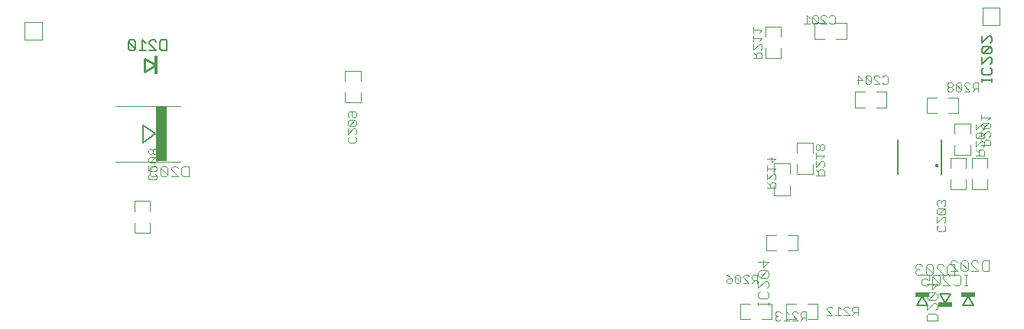
<source format=gbl>
G75*
G70*
%OFA0B0*%
%FSLAX24Y24*%
%IPPOS*%
%LPD*%
%AMOC8*
5,1,8,0,0,1.08239X$1,22.5*
%
%ADD10C,0.0040*%
%ADD11C,0.0030*%
%ADD12R,0.0620X0.0240*%
%ADD13C,0.0080*%
%ADD14C,0.0070*%
%ADD15C,0.0177*%
%ADD16C,0.0050*%
%ADD17C,0.0100*%
%ADD18R,0.0118X0.0827*%
%ADD19R,0.0492X0.2441*%
%ADD20C,0.0020*%
D10*
X008199Y006933D02*
X008199Y007240D01*
X008276Y007317D01*
X008429Y007317D01*
X008506Y007240D01*
X008506Y007164D01*
X008429Y007087D01*
X008199Y007087D01*
X008199Y006933D02*
X008276Y006857D01*
X008429Y006857D01*
X008506Y006933D01*
X008659Y006933D02*
X008736Y006857D01*
X008890Y006857D01*
X008966Y006933D01*
X008659Y007240D01*
X008659Y006933D01*
X008966Y006933D02*
X008966Y007240D01*
X008890Y007317D01*
X008736Y007317D01*
X008659Y007240D01*
X009120Y007240D02*
X009196Y007317D01*
X009350Y007317D01*
X009427Y007240D01*
X009580Y007240D02*
X009657Y007317D01*
X009887Y007317D01*
X009887Y006857D01*
X009657Y006857D01*
X009580Y006933D01*
X009580Y007240D01*
X009427Y006857D02*
X009120Y007164D01*
X009120Y007240D01*
X009120Y006857D02*
X009427Y006857D01*
X009517Y007499D02*
X006713Y007499D01*
X006713Y009944D02*
X009517Y009944D01*
X034710Y003136D02*
X035170Y003136D01*
X034940Y002906D01*
X034940Y003213D01*
X035093Y002753D02*
X034786Y002446D01*
X034710Y002523D01*
X034710Y002676D01*
X034786Y002753D01*
X035093Y002753D01*
X035170Y002676D01*
X035170Y002523D01*
X035093Y002446D01*
X034786Y002446D01*
X034710Y002292D02*
X034710Y001986D01*
X035017Y002292D01*
X035093Y002292D01*
X035170Y002216D01*
X035170Y002062D01*
X035093Y001986D01*
X035093Y001832D02*
X035170Y001755D01*
X035170Y001602D01*
X035093Y001525D01*
X034786Y001525D01*
X034710Y001602D01*
X034710Y001755D01*
X034786Y001832D01*
X034710Y001372D02*
X034710Y001218D01*
X034710Y001295D02*
X035170Y001295D01*
X035170Y001218D02*
X035170Y001372D01*
X041569Y002643D02*
X041646Y002567D01*
X041800Y002567D01*
X041876Y002643D01*
X041850Y002565D02*
X042157Y002565D01*
X042157Y002334D01*
X042003Y002411D01*
X041927Y002411D01*
X041850Y002334D01*
X041850Y002181D01*
X041927Y002104D01*
X042080Y002104D01*
X042157Y002181D01*
X042060Y002174D02*
X042520Y002174D01*
X042290Y001944D01*
X042290Y002251D01*
X042310Y002181D02*
X042387Y002104D01*
X042541Y002104D01*
X042617Y002181D01*
X042310Y002488D01*
X042310Y002181D01*
X042617Y002181D02*
X042617Y002488D01*
X042541Y002565D01*
X042387Y002565D01*
X042310Y002488D01*
X042260Y002567D02*
X042337Y002643D01*
X042030Y002950D01*
X042030Y002643D01*
X042106Y002567D01*
X042260Y002567D01*
X042337Y002643D02*
X042337Y002950D01*
X042260Y003027D01*
X042106Y003027D01*
X042030Y002950D01*
X041876Y002950D02*
X041800Y003027D01*
X041646Y003027D01*
X041569Y002950D01*
X041569Y002874D01*
X041646Y002797D01*
X041569Y002720D01*
X041569Y002643D01*
X041646Y002797D02*
X041723Y002797D01*
X042490Y002874D02*
X042797Y002567D01*
X042490Y002567D01*
X042771Y002488D02*
X042847Y002565D01*
X043001Y002565D01*
X043078Y002488D01*
X043027Y002567D02*
X042950Y002643D01*
X042950Y002950D01*
X043027Y003027D01*
X043257Y003027D01*
X043257Y002567D01*
X043027Y002567D01*
X043086Y002729D02*
X043393Y002729D01*
X043086Y003036D01*
X043086Y003113D01*
X043163Y003190D01*
X043316Y003190D01*
X043393Y003113D01*
X043546Y003113D02*
X043853Y002806D01*
X043776Y002729D01*
X043623Y002729D01*
X043546Y002806D01*
X043546Y003113D01*
X043623Y003190D01*
X043776Y003190D01*
X043853Y003113D01*
X043853Y002806D01*
X044007Y002729D02*
X044314Y002729D01*
X044007Y003036D01*
X044007Y003113D01*
X044083Y003190D01*
X044237Y003190D01*
X044314Y003113D01*
X044467Y003113D02*
X044544Y003190D01*
X044774Y003190D01*
X044774Y002729D01*
X044544Y002729D01*
X044467Y002806D01*
X044467Y003113D01*
X043845Y002565D02*
X043691Y002565D01*
X043768Y002565D02*
X043768Y002104D01*
X043845Y002104D02*
X043691Y002104D01*
X043538Y002181D02*
X043461Y002104D01*
X043308Y002104D01*
X043231Y002181D01*
X043078Y002104D02*
X042771Y002104D01*
X043078Y002104D02*
X042771Y002411D01*
X042771Y002488D01*
X043231Y002488D02*
X043308Y002565D01*
X043461Y002565D01*
X043538Y002488D01*
X043538Y002181D01*
X042520Y001714D02*
X042443Y001790D01*
X042136Y001483D01*
X042060Y001560D01*
X042060Y001714D01*
X042136Y001790D01*
X042443Y001790D01*
X042520Y001714D02*
X042520Y001560D01*
X042443Y001483D01*
X042136Y001483D01*
X042060Y001330D02*
X042060Y001023D01*
X042367Y001330D01*
X042443Y001330D01*
X042520Y001253D01*
X042520Y001100D01*
X042443Y001023D01*
X042443Y000870D02*
X042136Y000870D01*
X042060Y000793D01*
X042060Y000563D01*
X042520Y000563D01*
X042520Y000793D01*
X042443Y000870D01*
X042490Y002874D02*
X042490Y002950D01*
X042567Y003027D01*
X042720Y003027D01*
X042797Y002950D01*
D11*
X008209Y004409D02*
X007521Y004409D01*
X007521Y004847D01*
X008209Y004847D02*
X008209Y004409D01*
X008209Y005347D02*
X008209Y005784D01*
X007521Y005784D01*
X007521Y005347D01*
X008197Y006720D02*
X008135Y006781D01*
X008135Y006905D01*
X008197Y006967D01*
X008135Y007088D02*
X008382Y007335D01*
X008444Y007335D01*
X008506Y007273D01*
X008506Y007150D01*
X008444Y007088D01*
X008444Y006967D02*
X008506Y006905D01*
X008506Y006781D01*
X008444Y006720D01*
X008197Y006720D01*
X008135Y007088D02*
X008135Y007335D01*
X008197Y007456D02*
X008444Y007703D01*
X008197Y007703D01*
X008135Y007641D01*
X008135Y007518D01*
X008197Y007456D01*
X008444Y007456D01*
X008506Y007518D01*
X008506Y007641D01*
X008444Y007703D01*
X008444Y007825D02*
X008382Y007825D01*
X008320Y007886D01*
X008320Y008010D01*
X008259Y008071D01*
X008197Y008071D01*
X008135Y008010D01*
X008135Y007886D01*
X008197Y007825D01*
X008259Y007825D01*
X008320Y007886D01*
X008320Y008010D02*
X008382Y008071D01*
X008444Y008071D01*
X008506Y008010D01*
X008506Y007886D01*
X008444Y007825D01*
X016823Y008406D02*
X016823Y008530D01*
X016885Y008592D01*
X016823Y008713D02*
X017070Y008960D01*
X017131Y008960D01*
X017193Y008898D01*
X017193Y008775D01*
X017131Y008713D01*
X017131Y008592D02*
X017193Y008530D01*
X017193Y008406D01*
X017131Y008345D01*
X016885Y008345D01*
X016823Y008406D01*
X016823Y008713D02*
X016823Y008960D01*
X016885Y009081D02*
X016823Y009143D01*
X016823Y009266D01*
X016885Y009328D01*
X017131Y009328D01*
X016885Y009081D01*
X017131Y009081D01*
X017193Y009143D01*
X017193Y009266D01*
X017131Y009328D01*
X017131Y009450D02*
X017070Y009450D01*
X017008Y009511D01*
X017008Y009696D01*
X017131Y009696D02*
X017193Y009635D01*
X017193Y009511D01*
X017131Y009450D01*
X016885Y009450D02*
X016823Y009511D01*
X016823Y009635D01*
X016885Y009696D01*
X017131Y009696D01*
X017396Y010097D02*
X016709Y010097D01*
X016709Y010534D01*
X017396Y010534D02*
X017396Y010097D01*
X017396Y011034D02*
X017396Y011472D01*
X016709Y011472D01*
X016709Y011034D01*
X034510Y012032D02*
X034881Y012032D01*
X034881Y012217D01*
X034819Y012279D01*
X034695Y012279D01*
X034634Y012217D01*
X034634Y012032D01*
X034634Y012156D02*
X034510Y012279D01*
X034510Y012401D02*
X034757Y012647D01*
X034819Y012647D01*
X034881Y012586D01*
X034881Y012462D01*
X034819Y012401D01*
X035021Y012472D02*
X035021Y012034D01*
X035709Y012034D01*
X035709Y012472D01*
X034881Y012892D02*
X034757Y012769D01*
X034881Y012892D02*
X034510Y012892D01*
X034510Y012769D02*
X034510Y013016D01*
X034510Y013137D02*
X034510Y013384D01*
X034510Y013261D02*
X034881Y013261D01*
X034757Y013137D01*
X035021Y012972D02*
X035021Y013409D01*
X035709Y013409D01*
X035709Y012972D01*
X034510Y012647D02*
X034510Y012401D01*
X037177Y012878D02*
X037615Y012878D01*
X037177Y012878D02*
X037177Y013565D01*
X037615Y013565D01*
X037688Y013519D02*
X037441Y013766D01*
X037441Y013827D01*
X037503Y013889D01*
X037626Y013889D01*
X037688Y013827D01*
X037809Y013827D02*
X037871Y013889D01*
X037994Y013889D01*
X038056Y013827D01*
X038056Y013580D01*
X037994Y013519D01*
X037871Y013519D01*
X037809Y013580D01*
X037688Y013519D02*
X037441Y013519D01*
X037319Y013580D02*
X037073Y013827D01*
X037073Y013580D01*
X037134Y013519D01*
X037258Y013519D01*
X037319Y013580D01*
X037319Y013827D01*
X037258Y013889D01*
X037134Y013889D01*
X037073Y013827D01*
X036951Y013766D02*
X036828Y013889D01*
X036828Y013519D01*
X036951Y013519D02*
X036704Y013519D01*
X038115Y013565D02*
X038552Y013565D01*
X038552Y012878D01*
X038115Y012878D01*
X039078Y011264D02*
X039264Y011079D01*
X039017Y011079D01*
X039078Y010894D02*
X039078Y011264D01*
X039385Y011202D02*
X039632Y010955D01*
X039570Y010894D01*
X039447Y010894D01*
X039385Y010955D01*
X039385Y011202D01*
X039447Y011264D01*
X039570Y011264D01*
X039632Y011202D01*
X039632Y010955D01*
X039753Y010894D02*
X040000Y010894D01*
X039753Y011141D01*
X039753Y011202D01*
X039815Y011264D01*
X039939Y011264D01*
X040000Y011202D01*
X040122Y011202D02*
X040183Y011264D01*
X040307Y011264D01*
X040369Y011202D01*
X040369Y010955D01*
X040307Y010894D01*
X040183Y010894D01*
X040122Y010955D01*
X040302Y010565D02*
X039865Y010565D01*
X040302Y010565D02*
X040302Y009878D01*
X039865Y009878D01*
X039365Y009878D02*
X038927Y009878D01*
X038927Y010565D01*
X039365Y010565D01*
X042052Y010315D02*
X042052Y009628D01*
X042490Y009628D01*
X042990Y009628D02*
X043427Y009628D01*
X043427Y010315D01*
X042990Y010315D01*
X042490Y010315D02*
X042052Y010315D01*
X042954Y010643D02*
X043016Y010581D01*
X043139Y010581D01*
X043201Y010643D01*
X043201Y010705D01*
X043139Y010766D01*
X043016Y010766D01*
X042954Y010705D01*
X042954Y010643D01*
X043016Y010766D02*
X042954Y010828D01*
X042954Y010890D01*
X043016Y010952D01*
X043139Y010952D01*
X043201Y010890D01*
X043201Y010828D01*
X043139Y010766D01*
X043323Y010643D02*
X043384Y010581D01*
X043508Y010581D01*
X043569Y010643D01*
X043323Y010890D01*
X043323Y010643D01*
X043569Y010643D02*
X043569Y010890D01*
X043508Y010952D01*
X043384Y010952D01*
X043323Y010890D01*
X043691Y010890D02*
X043691Y010828D01*
X043938Y010581D01*
X043691Y010581D01*
X044059Y010581D02*
X044183Y010705D01*
X044121Y010705D02*
X044306Y010705D01*
X044306Y010581D02*
X044306Y010952D01*
X044121Y010952D01*
X044059Y010890D01*
X044059Y010766D01*
X044121Y010705D01*
X043938Y010890D02*
X043876Y010952D01*
X043753Y010952D01*
X043691Y010890D01*
X044448Y009571D02*
X044448Y009325D01*
X044448Y009448D02*
X044818Y009448D01*
X044695Y009325D01*
X044756Y009203D02*
X044510Y009203D01*
X044448Y009141D01*
X044448Y009018D01*
X044510Y008956D01*
X044756Y009203D01*
X044818Y009141D01*
X044818Y009018D01*
X044756Y008956D01*
X044510Y008956D01*
X044568Y008949D02*
X044506Y008887D01*
X044448Y008835D02*
X044448Y008588D01*
X044695Y008835D01*
X044756Y008835D01*
X044818Y008773D01*
X044818Y008650D01*
X044756Y008588D01*
X044756Y008467D02*
X044633Y008467D01*
X044571Y008405D01*
X044571Y008220D01*
X044568Y008212D02*
X044506Y008151D01*
X044568Y008212D02*
X044568Y008336D01*
X044506Y008397D01*
X044445Y008397D01*
X044198Y008151D01*
X044198Y008397D01*
X044259Y008519D02*
X044506Y008766D01*
X044259Y008766D01*
X044198Y008704D01*
X044198Y008581D01*
X044259Y008519D01*
X044506Y008519D01*
X044568Y008581D01*
X044568Y008704D01*
X044506Y008766D01*
X044568Y008949D02*
X044568Y009072D01*
X044506Y009134D01*
X044445Y009134D01*
X044198Y008887D01*
X044198Y009134D01*
X043959Y009159D02*
X043959Y008722D01*
X044448Y008467D02*
X044571Y008343D01*
X044448Y008220D02*
X044818Y008220D01*
X044818Y008405D01*
X044756Y008467D01*
X043959Y008222D02*
X043959Y007784D01*
X043271Y007784D01*
X043271Y008222D01*
X044198Y008029D02*
X044321Y007906D01*
X044321Y007967D02*
X044321Y007782D01*
X044198Y007782D02*
X044568Y007782D01*
X044568Y007967D01*
X044506Y008029D01*
X044383Y008029D01*
X044321Y007967D01*
X044021Y007659D02*
X044709Y007659D01*
X044709Y007222D01*
X044021Y007222D02*
X044021Y007659D01*
X043771Y007659D02*
X043771Y007222D01*
X043084Y007222D02*
X043084Y007659D01*
X043771Y007659D01*
X043771Y006722D02*
X043771Y006284D01*
X043084Y006284D01*
X043084Y006722D01*
X044021Y006722D02*
X044021Y006284D01*
X044709Y006284D01*
X044709Y006722D01*
X042881Y005760D02*
X042819Y005821D01*
X042757Y005821D01*
X042696Y005760D01*
X042634Y005821D01*
X042572Y005821D01*
X042510Y005760D01*
X042510Y005636D01*
X042572Y005575D01*
X042572Y005453D02*
X042510Y005391D01*
X042510Y005268D01*
X042572Y005206D01*
X042819Y005453D01*
X042572Y005453D01*
X042819Y005453D02*
X042881Y005391D01*
X042881Y005268D01*
X042819Y005206D01*
X042572Y005206D01*
X042510Y005085D02*
X042510Y004838D01*
X042757Y005085D01*
X042819Y005085D01*
X042881Y005023D01*
X042881Y004900D01*
X042819Y004838D01*
X042819Y004717D02*
X042881Y004655D01*
X042881Y004531D01*
X042819Y004470D01*
X042572Y004470D01*
X042510Y004531D01*
X042510Y004655D01*
X042572Y004717D01*
X042819Y005575D02*
X042881Y005636D01*
X042881Y005760D01*
X042696Y005760D02*
X042696Y005698D01*
X037595Y006906D02*
X037595Y007091D01*
X037533Y007152D01*
X037409Y007152D01*
X037348Y007091D01*
X037348Y006906D01*
X037348Y007029D02*
X037224Y007152D01*
X037224Y007274D02*
X037471Y007521D01*
X037533Y007521D01*
X037595Y007459D01*
X037595Y007336D01*
X037533Y007274D01*
X037224Y007274D02*
X037224Y007521D01*
X037224Y007642D02*
X037224Y007889D01*
X037224Y007766D02*
X037595Y007766D01*
X037471Y007642D01*
X037084Y007409D02*
X037084Y006972D01*
X036396Y006972D01*
X036396Y007409D01*
X036096Y007419D02*
X035408Y007419D01*
X035408Y006981D01*
X035420Y006968D02*
X035482Y006906D01*
X035482Y006783D01*
X035420Y006721D01*
X035420Y006600D02*
X035296Y006600D01*
X035235Y006538D01*
X035235Y006353D01*
X035235Y006476D02*
X035111Y006600D01*
X035111Y006721D02*
X035358Y006968D01*
X035420Y006968D01*
X035358Y007089D02*
X035482Y007213D01*
X035111Y007213D01*
X035111Y007336D02*
X035111Y007089D01*
X035111Y006968D02*
X035111Y006721D01*
X035420Y006600D02*
X035482Y006538D01*
X035482Y006353D01*
X035111Y006353D01*
X035408Y006481D02*
X035408Y006044D01*
X036096Y006044D01*
X036096Y006481D01*
X037224Y006906D02*
X037595Y006906D01*
X036096Y006981D02*
X036096Y007419D01*
X035482Y007643D02*
X035296Y007458D01*
X035296Y007704D01*
X035111Y007643D02*
X035482Y007643D01*
X036396Y007909D02*
X036396Y008347D01*
X037084Y008347D01*
X037084Y007909D01*
X037224Y008072D02*
X037286Y008010D01*
X037348Y008010D01*
X037409Y008072D01*
X037409Y008196D01*
X037348Y008257D01*
X037286Y008257D01*
X037224Y008196D01*
X037224Y008072D01*
X037409Y008072D02*
X037471Y008010D01*
X037533Y008010D01*
X037595Y008072D01*
X037595Y008196D01*
X037533Y008257D01*
X037471Y008257D01*
X037409Y008196D01*
X043271Y008722D02*
X043271Y009159D01*
X043959Y009159D01*
X036427Y004315D02*
X035990Y004315D01*
X036427Y004315D02*
X036427Y003628D01*
X035990Y003628D01*
X035490Y003628D02*
X035052Y003628D01*
X035052Y004315D01*
X035490Y004315D01*
X034681Y002577D02*
X034496Y002577D01*
X034434Y002515D01*
X034434Y002391D01*
X034496Y002330D01*
X034681Y002330D01*
X034558Y002330D02*
X034434Y002206D01*
X034313Y002206D02*
X034066Y002453D01*
X034066Y002515D01*
X034128Y002577D01*
X034251Y002577D01*
X034313Y002515D01*
X033944Y002515D02*
X033944Y002268D01*
X033698Y002515D01*
X033698Y002268D01*
X033759Y002206D01*
X033883Y002206D01*
X033944Y002268D01*
X034066Y002206D02*
X034313Y002206D01*
X034681Y002206D02*
X034681Y002577D01*
X033944Y002515D02*
X033883Y002577D01*
X033759Y002577D01*
X033698Y002515D01*
X033576Y002391D02*
X033453Y002515D01*
X033329Y002577D01*
X033391Y002391D02*
X033576Y002391D01*
X033576Y002268D01*
X033514Y002206D01*
X033391Y002206D01*
X033329Y002268D01*
X033329Y002330D01*
X033391Y002391D01*
X033927Y001315D02*
X033927Y000628D01*
X034365Y000628D01*
X034865Y000628D02*
X035302Y000628D01*
X035302Y001315D01*
X034865Y001315D01*
X034365Y001315D02*
X033927Y001315D01*
X035454Y000890D02*
X035454Y000828D01*
X035516Y000766D01*
X035454Y000705D01*
X035454Y000643D01*
X035516Y000581D01*
X035639Y000581D01*
X035701Y000643D01*
X035823Y000581D02*
X036069Y000581D01*
X036191Y000581D02*
X036438Y000581D01*
X036191Y000828D01*
X036191Y000890D01*
X036253Y000951D01*
X036376Y000951D01*
X036438Y000890D01*
X036559Y000890D02*
X036621Y000951D01*
X036806Y000951D01*
X036806Y000581D01*
X036865Y000628D02*
X037302Y000628D01*
X037302Y001315D01*
X036865Y001315D01*
X036365Y001315D02*
X035927Y001315D01*
X035927Y000628D01*
X036365Y000628D01*
X036559Y000581D02*
X036683Y000705D01*
X036621Y000705D02*
X036806Y000705D01*
X036621Y000705D02*
X036559Y000766D01*
X036559Y000890D01*
X036069Y000828D02*
X035946Y000951D01*
X035946Y000581D01*
X035701Y000890D02*
X035639Y000951D01*
X035516Y000951D01*
X035454Y000890D01*
X035516Y000766D02*
X035578Y000766D01*
X037703Y000805D02*
X037949Y000805D01*
X037703Y001052D01*
X037703Y001113D01*
X037764Y001175D01*
X037888Y001175D01*
X037949Y001113D01*
X038194Y001175D02*
X038194Y000805D01*
X038071Y000805D02*
X038318Y000805D01*
X038439Y000805D02*
X038686Y000805D01*
X038439Y001052D01*
X038439Y001113D01*
X038501Y001175D01*
X038624Y001175D01*
X038686Y001113D01*
X038807Y001113D02*
X038807Y000990D01*
X038869Y000928D01*
X039054Y000928D01*
X038931Y000928D02*
X038807Y000805D01*
X039054Y000805D02*
X039054Y001175D01*
X038869Y001175D01*
X038807Y001113D01*
X038318Y001052D02*
X038194Y001175D01*
D12*
X041865Y001692D03*
X042865Y001252D03*
X043865Y001692D03*
D13*
X043865Y001619D02*
X044101Y001225D01*
X043629Y001225D01*
X043865Y001619D01*
X043101Y001719D02*
X042629Y001719D01*
X042865Y001325D01*
X043101Y001719D01*
X042101Y001225D02*
X041629Y001225D01*
X041865Y001619D01*
X042101Y001225D01*
X008442Y008722D02*
X007901Y008328D01*
X007901Y009115D01*
X008442Y008722D01*
D14*
X040795Y008470D02*
X040795Y007171D01*
X040795Y006974D01*
X042685Y006974D02*
X042685Y007171D01*
X042685Y008470D01*
D15*
X042490Y007347D03*
D16*
X044452Y010997D02*
X044452Y011147D01*
X044452Y011072D02*
X044903Y011072D01*
X044903Y010997D02*
X044903Y011147D01*
X044828Y011304D02*
X044527Y011304D01*
X044452Y011379D01*
X044452Y011529D01*
X044527Y011604D01*
X044452Y011764D02*
X044753Y012064D01*
X044828Y012064D01*
X044903Y011989D01*
X044903Y011839D01*
X044828Y011764D01*
X044828Y011604D02*
X044903Y011529D01*
X044903Y011379D01*
X044828Y011304D01*
X044452Y011764D02*
X044452Y012064D01*
X044527Y012224D02*
X044828Y012525D01*
X044527Y012525D01*
X044452Y012449D01*
X044452Y012299D01*
X044527Y012224D01*
X044828Y012224D01*
X044903Y012299D01*
X044903Y012449D01*
X044828Y012525D01*
X044828Y012685D02*
X044903Y012760D01*
X044903Y012910D01*
X044828Y012985D01*
X044753Y012985D01*
X044452Y012685D01*
X044452Y012985D01*
X008942Y012825D02*
X008942Y012375D01*
X008716Y012375D01*
X008641Y012450D01*
X008641Y012750D01*
X008716Y012825D01*
X008942Y012825D01*
X008481Y012750D02*
X008406Y012825D01*
X008256Y012825D01*
X008181Y012750D01*
X008181Y012675D01*
X008481Y012375D01*
X008181Y012375D01*
X008021Y012375D02*
X007721Y012375D01*
X007871Y012375D02*
X007871Y012825D01*
X008021Y012675D01*
X007561Y012750D02*
X007561Y012450D01*
X007260Y012750D01*
X007260Y012450D01*
X007335Y012375D01*
X007486Y012375D01*
X007561Y012450D01*
X007561Y012750D02*
X007486Y012825D01*
X007335Y012825D01*
X007260Y012750D01*
D17*
X007970Y011997D02*
X007970Y011446D01*
X008462Y011722D01*
X007970Y011997D01*
D18*
X008482Y011722D03*
D19*
X008696Y008722D03*
D20*
X003490Y012847D02*
X002740Y012847D01*
X002740Y013597D01*
X003490Y013597D01*
X003490Y012847D01*
X044490Y013472D02*
X045240Y013472D01*
X045240Y014222D01*
X044490Y014222D01*
X044490Y013472D01*
M02*

</source>
